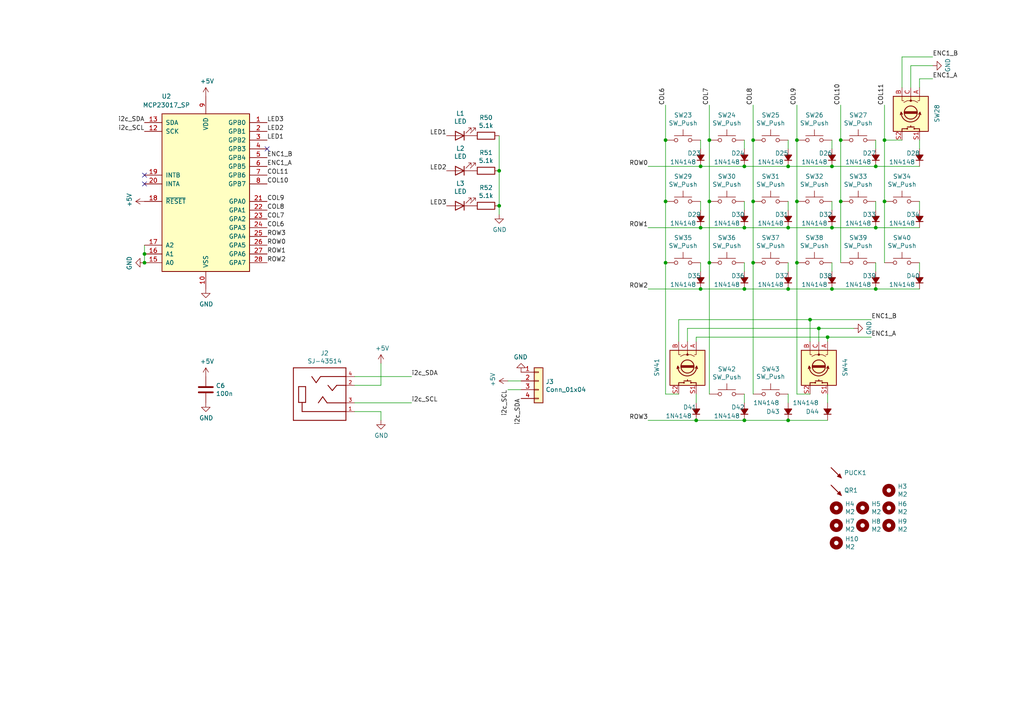
<source format=kicad_sch>
(kicad_sch (version 20230121) (generator eeschema)
  (paper "A4")
  (title_block (title "Torn Keyboard - Right") (rev "3.0"))
  (lib_symbols
    (symbol "Connector_Generic:Conn_01x04" (pin_names (offset 1.016) hide)
      (property "Reference" "J" (at 0 5.08 0))
      (property "Value" "Conn_01x04" (at 0 -7.62 0))
      (symbol "Conn_01x04_1_1"
        (rectangle (start -1.27 -4.953) (end 0 -5.207) (stroke (width 0.1524)))
        (rectangle (start -1.27 -2.413) (end 0 -2.667) (stroke (width 0.1524)))
        (rectangle (start -1.27 0.127) (end 0 -0.127) (stroke (width 0.1524)))
        (rectangle (start -1.27 2.667) (end 0 2.413) (stroke (width 0.1524)))
        (rectangle (start -1.27 3.81) (end 1.27 -6.35) (stroke (width 0.254)) (fill (type background)))
        (pin passive line (at -5.08 2.54 0) (length 3.81) (name "Pin_1") (number "1"))
        (pin passive line (at -5.08 0 0) (length 3.81) (name "Pin_2") (number "2"))
        (pin passive line (at -5.08 -2.54 0) (length 3.81) (name "Pin_3") (number "3"))
        (pin passive line (at -5.08 -5.08 0) (length 3.81) (name "Pin_4") (number "4"))
      )
    )
    (symbol "Device:C" (pin_numbers hide) (pin_names (offset 0.254))
      (property "Reference" "C" (at 0.635 2.54 0))
      (property "Value" "C" (at 0.635 -2.54 0))
      (symbol "C_0_1"
        (polyline (pts (xy -2.032 -0.762) (xy 2.032 -0.762)) (stroke (width 0.508)))
        (polyline (pts (xy -2.032 0.762) (xy 2.032 0.762)) (stroke (width 0.508)))
      )
      (symbol "C_1_1"
        (pin passive line (at 0 3.81 270) (length 2.794) (name "~") (number "1"))
        (pin passive line (at 0 -3.81 90) (length 2.794) (name "~") (number "2"))
      )
    )
    (symbol "Device:LED" (pin_numbers hide) (pin_names (offset 1.016) hide)
      (property "Reference" "D" (at 0 2.54 0))
      (property "Value" "LED" (at 0 -2.54 0))
      (symbol "LED_0_1"
        (polyline (pts (xy -1.27 -1.27) (xy -1.27 1.27)) (stroke (width 0.254)))
        (polyline (pts (xy -1.27 0) (xy 1.27 0)))
        (polyline (pts (xy 1.27 -1.27) (xy 1.27 1.27) (xy -1.27 0) (xy 1.27 -1.27)) (stroke (width 0.254)))
        (polyline (pts (xy -3.048 -0.762) (xy -4.572 -2.286) (xy -3.81 -2.286) (xy -4.572 -2.286) (xy -4.572 -1.524)))
        (polyline (pts (xy -1.778 -0.762) (xy -3.302 -2.286) (xy -2.54 -2.286) (xy -3.302 -2.286) (xy -3.302 -1.524)))
      )
      (symbol "LED_1_1"
        (pin passive line (at -3.81 0 0) (length 2.54) (name "K") (number "1"))
        (pin passive line (at 3.81 0 180) (length 2.54) (name "A") (number "2"))
      )
    )
    (symbol "Device:R" (pin_numbers hide) (pin_names (offset 0))
      (property "Reference" "R" (at 2.032 0 90))
      (property "Value" "R" (at 0 0 90))
      (symbol "R_0_1"
        (rectangle (start -1.016 -2.54) (end 1.016 2.54) (stroke (width 0.254)))
      )
      (symbol "R_1_1"
        (pin passive line (at 0 3.81 270) (length 1.27) (name "~") (number "1"))
        (pin passive line (at 0 -3.81 90) (length 1.27) (name "~") (number "2"))
      )
    )
    (symbol "Graphic:SYM_Arrow45_Small" (in_bom no) (on_board no)
      (symbol "SYM_Arrow45_Small_0_1"
        (polyline (pts (xy 1.27 -1.27) (xy -1.524 1.524)) (stroke (width 0.254)))
        (polyline (pts (xy 1.524 -1.524) (xy 0.254 -1.016) (xy 1.016 -0.254) (xy 1.524 -1.524)) (fill (type outline)))
      )
    )
    (symbol "Interface_Expansion:MCP23017_SP" (pin_names (offset 1.016))
      (property "Reference" "U" (at -11.43 24.13 0))
      (property "Value" "MCP23017_SP" (at 0 0 0))
      (symbol "MCP23017_SP_0_1"
        (rectangle (start -12.7 22.86) (end 12.7 -22.86) (stroke (width 0.254)) (fill (type background)))
      )
      (symbol "MCP23017_SP_1_1"
        (pin bidirectional line (at 17.78 20.32 180) (length 5.08) (name "GPB0") (number "1"))
        (pin power_in line (at 0 -27.94 90) (length 5.08) (name "VSS") (number "10"))
        (pin no_connect line (at -12.7 15.24 0) (length 5.08) hide (name "NC") (number "11"))
        (pin input line (at -17.78 17.78 0) (length 5.08) (name "SCK") (number "12"))
        (pin bidirectional line (at -17.78 20.32 0) (length 5.08) (name "SDA") (number "13"))
        (pin no_connect line (at -12.7 12.7 0) (length 5.08) hide (name "NC") (number "14"))
        (pin input line (at -17.78 -20.32 0) (length 5.08) (name "A0") (number "15"))
        (pin input line (at -17.78 -17.78 0) (length 5.08) (name "A1") (number "16"))
        (pin input line (at -17.78 -15.24 0) (length 5.08) (name "A2") (number "17"))
        (pin input line (at -17.78 -2.54 0) (length 5.08) (name "~{RESET}") (number "18"))
        (pin tri_state line (at -17.78 5.08 0) (length 5.08) (name "INTB") (number "19"))
        (pin bidirectional line (at 17.78 17.78 180) (length 5.08) (name "GPB1") (number "2"))
        (pin tri_state line (at -17.78 2.54 0) (length 5.08) (name "INTA") (number "20"))
        (pin bidirectional line (at 17.78 -2.54 180) (length 5.08) (name "GPA0") (number "21"))
        (pin bidirectional line (at 17.78 -5.08 180) (length 5.08) (name "GPA1") (number "22"))
        (pin bidirectional line (at 17.78 -7.62 180) (length 5.08) (name "GPA2") (number "23"))
        (pin bidirectional line (at 17.78 -10.16 180) (length 5.08) (name "GPA3") (number "24"))
        (pin bidirectional line (at 17.78 -12.7 180) (length 5.08) (name "GPA4") (number "25"))
        (pin bidirectional line (at 17.78 -15.24 180) (length 5.08) (name "GPA5") (number "26"))
        (pin bidirectional line (at 17.78 -17.78 180) (length 5.08) (name "GPA6") (number "27"))
        (pin bidirectional line (at 17.78 -20.32 180) (length 5.08) (name "GPA7") (number "28"))
        (pin bidirectional line (at 17.78 15.24 180) (length 5.08) (name "GPB2") (number "3"))
        (pin bidirectional line (at 17.78 12.7 180) (length 5.08) (name "GPB3") (number "4"))
        (pin bidirectional line (at 17.78 10.16 180) (length 5.08) (name "GPB4") (number "5"))
        (pin bidirectional line (at 17.78 7.62 180) (length 5.08) (name "GPB5") (number "6"))
        (pin bidirectional line (at 17.78 5.08 180) (length 5.08) (name "GPB6") (number "7"))
        (pin bidirectional line (at 17.78 2.54 180) (length 5.08) (name "GPB7") (number "8"))
        (pin power_in line (at 0 27.94 270) (length 5.08) (name "VDD") (number "9"))
      )
    )
    (symbol "Mechanical:MountingHole" (pin_names (offset 1.016))
      (property "Reference" "H" (at 0 5.08 0))
      (property "Value" "MountingHole" (at 0 3.175 0))
      (symbol "MountingHole_0_1"
        (circle (center 0 0) (radius 1.27) (stroke (width 1.27)))
      )
    )
    (symbol "Switch:SW_Push" (pin_numbers hide) (pin_names (offset 1.016) hide)
      (property "Reference" "SW" (at 1.27 2.54 0))
      (property "Value" "SW_Push" (at 0 -1.524 0))
      (symbol "SW_Push_0_1"
        (circle (center -2.032 0) (radius 0.508))
        (polyline (pts (xy 0 1.27) (xy 0 3.048)))
        (polyline (pts (xy 2.54 1.27) (xy -2.54 1.27)))
        (circle (center 2.032 0) (radius 0.508))
        (pin passive line (at -5.08 0 0) (length 2.54) (name "1") (number "1"))
        (pin passive line (at 5.08 0 180) (length 2.54) (name "2") (number "2"))
      )
    )
    (symbol "power:+5V" (power) (pin_names (offset 0))
      (property "Value" "+5V" (at 0 3.556 0))
      (symbol "+5V_0_1"
        (polyline (pts (xy -0.762 1.27) (xy 0 2.54)))
        (polyline (pts (xy 0 0) (xy 0 2.54)))
        (polyline (pts (xy 0 2.54) (xy 0.762 1.27)))
      )
      (symbol "+5V_1_1"
        (pin power_in line (at 0 0 90) (length 0) hide (name "+5V") (number "1"))
      )
    )
    (symbol "power:GND" (power) (pin_names (offset 0))
      (property "Value" "GND" (at 0 -3.81 0))
      (symbol "GND_0_1"
        (polyline (pts (xy 0 0) (xy 0 -1.27) (xy 1.27 -1.27) (xy 0 -2.54) (xy -1.27 -1.27) (xy 0 -1.27)))
      )
      (symbol "GND_1_1"
        (pin power_in line (at 0 0 270) (length 0) hide (name "GND") (number "1"))
      )
    )
    (symbol "torn_right-rescue:D_Small_ALT-Device" (pin_numbers hide) (pin_names (offset 0.254) hide)
      (property "Reference" "D" (at -1.27 2.032 0))
      (property "Value" "Device_D_Small_ALT" (at -3.81 -2.032 0))
      (symbol "D_Small_ALT-Device_0_1"
        (polyline (pts (xy -0.762 -1.016) (xy -0.762 1.016)) (stroke (width 0.254)))
        (polyline (pts (xy -0.762 0) (xy 0.762 0)))
        (polyline (pts (xy 0.762 -1.016) (xy -0.762 0) (xy 0.762 1.016) (xy 0.762 -1.016)) (stroke (width 0.254)) (fill (type outline)))
      )
      (symbol "D_Small_ALT-Device_1_1"
        (pin passive line (at -2.54 0 0) (length 1.778) (name "K") (number "1"))
        (pin passive line (at 2.54 0 180) (length 1.778) (name "A") (number "2"))
      )
    )
    (symbol "torn_right-rescue:Rotary_Encoder_Switch-Device" (pin_names (offset 0.254) hide)
      (property "Reference" "SW" (at 0 6.604 0))
      (property "Value" "Device_Rotary_Encoder_Switch" (at 0 -6.604 0))
      (symbol "Rotary_Encoder_Switch-Device_0_1"
        (rectangle (start -5.08 5.08) (end 5.08 -5.08) (stroke (width 0.254)) (fill (type background)))
        (circle (center -3.81 0) (radius 0.254) (fill (type outline)))
        (arc (start -0.381 -2.794) (mid 2.3376 -0.0635) (end -0.381 2.667) (stroke (width 0.254)))
        (circle (center -0.381 0) (radius 1.905) (stroke (width 0.254)))
        (polyline (pts (xy -0.635 -1.778) (xy -0.635 1.778)) (stroke (width 0.254)))
        (polyline (pts (xy -0.381 -1.778) (xy -0.381 1.778)) (stroke (width 0.254)))
        (polyline (pts (xy -0.127 1.778) (xy -0.127 -1.778)) (stroke (width 0.254)))
        (polyline (pts (xy 3.81 0) (xy 3.429 0)) (stroke (width 0.254)))
        (polyline (pts (xy 3.81 1.016) (xy 3.81 -1.016)) (stroke (width 0.254)))
        (polyline (pts (xy -5.08 -2.54) (xy -3.81 -2.54) (xy -3.81 -2.032)))
        (polyline (pts (xy -5.08 2.54) (xy -3.81 2.54) (xy -3.81 2.032)))
        (polyline (pts (xy 0.254 -3.048) (xy -0.508 -2.794) (xy 0.127 -2.413)) (stroke (width 0.254)))
        (polyline (pts (xy 0.254 2.921) (xy -0.508 2.667) (xy 0.127 2.286)) (stroke (width 0.254)))
        (polyline (pts (xy 5.08 -2.54) (xy 4.318 -2.54) (xy 4.318 -1.016)) (stroke (width 0.254)))
        (polyline (pts (xy 5.08 2.54) (xy 4.318 2.54) (xy 4.318 1.016)) (stroke (width 0.254)))
        (polyline (pts (xy -5.08 0) (xy -3.81 0) (xy -3.81 -1.016) (xy -3.302 -2.032)))
        (polyline (pts (xy -4.318 0) (xy -3.81 0) (xy -3.81 1.016) (xy -3.302 2.032)))
        (circle (center 4.318 -1.016) (radius 0.127) (stroke (width 0.254)))
        (circle (center 4.318 1.016) (radius 0.127) (stroke (width 0.254)))
      )
      (symbol "Rotary_Encoder_Switch-Device_1_1"
        (pin passive line (at -7.62 2.54 0) (length 2.54) (name "A") (number "A"))
        (pin passive line (at -7.62 -2.54 0) (length 2.54) (name "B") (number "B"))
        (pin passive line (at -7.62 0 0) (length 2.54) (name "C") (number "C"))
        (pin passive line (at 7.62 2.54 180) (length 2.54) (name "S1") (number "S1"))
        (pin passive line (at 7.62 -2.54 180) (length 2.54) (name "S2") (number "S2"))
      )
    )
    (symbol "torn_right-rescue:SJ-43514-SJ-43514" (pin_names (offset 1.016) hide)
      (property "Reference" "J" (at -7.62 8.382 0))
      (property "Value" "SJ-43514_SJ-43514" (at -7.62 -10.16 0))
      (symbol "SJ-43514-SJ-43514_0_0"
        (polyline (pts (xy -7.62 -7.62) (xy -7.62 7.62)) (stroke (width 0.254)))
        (polyline (pts (xy -7.62 7.62) (xy 7.62 7.62)) (stroke (width 0.254)))
        (polyline (pts (xy -6.096 -2.413) (xy -4.064 -2.413)) (stroke (width 0.254)))
        (polyline (pts (xy -6.096 2.159) (xy -6.096 -2.413)) (stroke (width 0.254)))
        (polyline (pts (xy -5.08 -5.08) (xy 7.62 -5.08)) (stroke (width 0.254)))
        (polyline (pts (xy -5.08 -2.54) (xy -5.08 -5.08)) (stroke (width 0.254)))
        (polyline (pts (xy -4.064 -2.413) (xy -4.064 2.159)) (stroke (width 0.254)))
        (polyline (pts (xy -4.064 2.159) (xy -6.096 2.159)) (stroke (width 0.254)))
        (polyline (pts (xy -2.286 5.08) (xy -1.016 3.302)) (stroke (width 0.254)))
        (polyline (pts (xy -1.016 3.302) (xy 0.254 5.08)) (stroke (width 0.254)))
        (polyline (pts (xy -0.381 -2.54) (xy 0.889 -0.762)) (stroke (width 0.254)))
        (polyline (pts (xy 0.381 5.08) (xy 7.62 5.08)) (stroke (width 0.254)))
        (polyline (pts (xy 0.889 -0.762) (xy 2.159 -2.54)) (stroke (width 0.254)))
        (polyline (pts (xy 2.159 -2.54) (xy 7.62 -2.54)) (stroke (width 0.254)))
        (polyline (pts (xy 2.413 2.54) (xy 3.683 1.016)) (stroke (width 0.254)))
        (polyline (pts (xy 3.683 1.016) (xy 4.953 2.54)) (stroke (width 0.254)))
        (polyline (pts (xy 4.953 2.54) (xy 7.62 2.54)) (stroke (width 0.254)))
        (polyline (pts (xy 7.62 -7.62) (xy -7.62 -7.62)) (stroke (width 0.254)))
        (polyline (pts (xy 7.62 -5.08) (xy 7.62 -7.62)) (stroke (width 0.254)))
        (polyline (pts (xy 7.62 -2.54) (xy 7.62 -5.08)) (stroke (width 0.254)))
        (polyline (pts (xy 7.62 2.54) (xy 7.62 -2.54)) (stroke (width 0.254)))
        (polyline (pts (xy 7.62 5.08) (xy 7.62 2.54)) (stroke (width 0.254)))
        (polyline (pts (xy 7.62 7.62) (xy 7.62 5.08)) (stroke (width 0.254)))
        (pin passive line (at 10.16 -5.08 180) (length 2.54) (name "~") (number "1"))
        (pin passive line (at 10.16 2.54 180) (length 2.54) (name "~") (number "2"))
        (pin passive line (at 10.16 -2.54 180) (length 2.54) (name "~") (number "3"))
        (pin passive line (at 10.16 5.08 180) (length 2.54) (name "~") (number "4"))
      )
    )
  )
  (junction (at 144.78 59.69))
  (junction (at 144.78 49.53))
  (junction (at 243.84 40.64))
  (junction (at 231.14 40.64))
  (junction (at 41.91 76.2))
  (junction (at 205.74 76.2))
  (junction (at 203.2 66.04))
  (junction (at 241.3 48.26))
  (junction (at 228.6 66.04))
  (junction (at 228.6 121.92))
  (junction (at 240.03 97.79))
  (junction (at 241.3 66.04))
  (junction (at 218.44 58.42))
  (junction (at 218.44 40.64))
  (junction (at 215.9 48.26))
  (junction (at 243.84 58.42))
  (junction (at 215.9 121.92))
  (junction (at 215.9 83.82))
  (junction (at 41.91 73.66))
  (junction (at 254 83.82))
  (junction (at 203.2 48.26))
  (junction (at 193.04 40.64))
  (junction (at 218.44 76.2))
  (junction (at 193.04 76.2))
  (junction (at 205.74 58.42))
  (junction (at 228.6 48.26))
  (junction (at 228.6 83.82))
  (junction (at 254 66.04))
  (junction (at 231.14 58.42))
  (junction (at 205.74 40.64))
  (junction (at 215.9 66.04))
  (junction (at 241.3 83.82))
  (junction (at 231.14 76.2))
  (junction (at 256.54 58.42))
  (junction (at 203.2 83.82))
  (junction (at 254 48.26))
  (junction (at 193.04 58.42))
  (junction (at 201.93 121.92))
  (junction (at 237.49 95.25))
  (junction (at 256.54 40.64))
  (junction (at 234.95 92.71))
  (no_connect (at 41.91 50.8))
  (no_connect (at 77.47 43.18))
  (no_connect (at 41.91 53.34))
  (wire (pts (xy 205.74 58.42) (xy 205.74 40.64)))
  (wire (pts (xy 256.54 40.64) (xy 256.54 58.42)))
  (wire (pts (xy 215.9 58.42) (xy 215.9 60.96)))
  (wire (pts (xy 41.91 73.66) (xy 41.91 76.2)))
  (wire (pts (xy 266.7 76.2) (xy 266.7 78.74)))
  (wire (pts (xy 241.3 48.26) (xy 254 48.26)))
  (wire (pts (xy 241.3 76.2) (xy 241.3 78.74)))
  (wire (pts (xy 147.32 110.49) (xy 151.13 110.49)))
  (wire (pts (xy 147.32 113.03) (xy 151.13 113.03)))
  (wire (pts (xy 261.62 40.64) (xy 256.54 40.64)))
  (wire (pts (xy 187.96 48.26) (xy 203.2 48.26)))
  (wire (pts (xy 243.84 76.2) (xy 243.84 58.42)))
  (wire (pts (xy 234.95 99.06) (xy 234.95 92.71)))
  (wire (pts (xy 144.78 59.69) (xy 144.78 62.23)))
  (wire (pts (xy 102.87 116.84) (xy 119.38 116.84)))
  (wire (pts (xy 41.91 71.12) (xy 41.91 73.66)))
  (wire (pts (xy 205.74 76.2) (xy 205.74 58.42)))
  (wire (pts (xy 193.04 76.2) (xy 193.04 114.3)))
  (wire (pts (xy 215.9 40.64) (xy 215.9 43.18)))
  (wire (pts (xy 241.3 83.82) (xy 254 83.82)))
  (wire (pts (xy 228.6 121.92) (xy 240.03 121.92)))
  (wire (pts (xy 266.7 25.4) (xy 266.7 22.86)))
  (wire (pts (xy 201.93 121.92) (xy 215.9 121.92)))
  (wire (pts (xy 254 66.04) (xy 266.7 66.04)))
  (wire (pts (xy 201.93 97.79) (xy 240.03 97.79)))
  (wire (pts (xy 203.2 83.82) (xy 215.9 83.82)))
  (wire (pts (xy 264.16 25.4) (xy 264.16 19.05)))
  (wire (pts (xy 187.96 66.04) (xy 203.2 66.04)))
  (wire (pts (xy 228.6 40.64) (xy 228.6 43.18)))
  (wire (pts (xy 261.62 25.4) (xy 261.62 16.51)))
  (wire (pts (xy 231.14 40.64) (xy 231.14 30.48)))
  (wire (pts (xy 218.44 40.64) (xy 218.44 30.48)))
  (wire (pts (xy 196.85 92.71) (xy 234.95 92.71)))
  (wire (pts (xy 266.7 22.86) (xy 270.51 22.86)))
  (wire (pts (xy 228.6 66.04) (xy 241.3 66.04)))
  (wire (pts (xy 243.84 40.64) (xy 243.84 30.48)))
  (wire (pts (xy 102.87 119.38) (xy 110.49 119.38)))
  (wire (pts (xy 203.2 76.2) (xy 203.2 78.74)))
  (wire (pts (xy 110.49 111.76) (xy 110.49 105.41)))
  (wire (pts (xy 199.39 99.06) (xy 199.39 95.25)))
  (wire (pts (xy 187.96 83.82) (xy 203.2 83.82)))
  (wire (pts (xy 264.16 19.05) (xy 270.51 19.05)))
  (wire (pts (xy 254 40.64) (xy 254 43.18)))
  (wire (pts (xy 144.78 59.69) (xy 144.78 49.53)))
  (wire (pts (xy 266.7 40.64) (xy 266.7 43.18)))
  (wire (pts (xy 218.44 58.42) (xy 218.44 40.64)))
  (wire (pts (xy 241.3 58.42) (xy 241.3 60.96)))
  (wire (pts (xy 231.14 58.42) (xy 231.14 40.64)))
  (wire (pts (xy 266.7 58.42) (xy 266.7 60.96)))
  (wire (pts (xy 218.44 76.2) (xy 218.44 114.3)))
  (wire (pts (xy 218.44 76.2) (xy 218.44 58.42)))
  (wire (pts (xy 241.3 40.64) (xy 241.3 43.18)))
  (wire (pts (xy 193.04 58.42) (xy 193.04 40.64)))
  (wire (pts (xy 240.03 97.79) (xy 252.73 97.79)))
  (wire (pts (xy 201.93 99.06) (xy 201.93 97.79)))
  (wire (pts (xy 205.74 40.64) (xy 205.74 30.48)))
  (wire (pts (xy 203.2 58.42) (xy 203.2 60.96)))
  (wire (pts (xy 237.49 99.06) (xy 237.49 95.25)))
  (wire (pts (xy 196.85 99.06) (xy 196.85 92.71)))
  (wire (pts (xy 240.03 99.06) (xy 240.03 97.79)))
  (wire (pts (xy 215.9 76.2) (xy 215.9 78.74)))
  (wire (pts (xy 228.6 76.2) (xy 228.6 78.74)))
  (wire (pts (xy 193.04 114.3) (xy 196.85 114.3)))
  (wire (pts (xy 234.95 92.71) (xy 252.73 92.71)))
  (wire (pts (xy 215.9 121.92) (xy 228.6 121.92)))
  (wire (pts (xy 203.2 48.26) (xy 215.9 48.26)))
  (wire (pts (xy 231.14 114.3) (xy 231.14 76.2)))
  (wire (pts (xy 199.39 95.25) (xy 237.49 95.25)))
  (wire (pts (xy 110.49 119.38) (xy 110.49 121.92)))
  (wire (pts (xy 203.2 66.04) (xy 215.9 66.04)))
  (wire (pts (xy 203.2 40.64) (xy 203.2 43.18)))
  (wire (pts (xy 228.6 114.3) (xy 228.6 116.84)))
  (wire (pts (xy 144.78 39.37) (xy 144.78 49.53)))
  (wire (pts (xy 231.14 58.42) (xy 231.14 76.2)))
  (wire (pts (xy 243.84 58.42) (xy 243.84 40.64)))
  (wire (pts (xy 201.93 114.3) (xy 201.93 116.84)))
  (wire (pts (xy 102.87 109.22) (xy 119.38 109.22)))
  (wire (pts (xy 193.04 40.64) (xy 193.04 30.48)))
  (wire (pts (xy 228.6 58.42) (xy 228.6 60.96)))
  (wire (pts (xy 215.9 48.26) (xy 228.6 48.26)))
  (wire (pts (xy 228.6 48.26) (xy 241.3 48.26)))
  (wire (pts (xy 215.9 114.3) (xy 215.9 116.84)))
  (wire (pts (xy 215.9 83.82) (xy 228.6 83.82)))
  (wire (pts (xy 256.54 30.48) (xy 256.54 40.64)))
  (wire (pts (xy 237.49 95.25) (xy 247.65 95.25)))
  (wire (pts (xy 261.62 16.51) (xy 270.51 16.51)))
  (wire (pts (xy 234.95 114.3) (xy 231.14 114.3)))
  (wire (pts (xy 187.96 121.92) (xy 201.93 121.92)))
  (wire (pts (xy 254 58.42) (xy 254 60.96)))
  (wire (pts (xy 193.04 76.2) (xy 193.04 58.42)))
  (wire (pts (xy 240.03 114.3) (xy 240.03 116.84)))
  (wire (pts (xy 254 83.82) (xy 266.7 83.82)))
  (wire (pts (xy 256.54 76.2) (xy 256.54 58.42)))
  (wire (pts (xy 254 76.2) (xy 254 78.74)))
  (wire (pts (xy 241.3 66.04) (xy 254 66.04)))
  (wire (pts (xy 102.87 111.76) (xy 110.49 111.76)))
  (wire (pts (xy 254 48.26) (xy 266.7 48.26)))
  (wire (pts (xy 228.6 83.82) (xy 241.3 83.82)))
  (wire (pts (xy 205.74 76.2) (xy 205.74 114.3)))
  (wire (pts (xy 215.9 66.04) (xy 228.6 66.04)))
  (label "LED1" (at 77.47 40.64 0))
  (label "COL8" (at 77.47 60.96 0))
  (label "i2c_SDA" (at 41.91 35.56 180))
  (label "i2c_SCL" (at 147.32 113.03 270))
  (label "ROW3" (at 77.47 68.58 0))
  (label "i2c_SDA" (at 119.38 109.22 0))
  (label "ENC1_B" (at 270.51 16.51 0))
  (label "LED3" (at 129.54 59.69 180))
  (label "COL9" (at 77.47 58.42 0))
  (label "LED3" (at 77.47 35.56 0))
  (label "COL7" (at 77.47 63.5 0))
  (label "COL6" (at 77.47 66.04 0))
  (label "COL7" (at 205.74 30.48 90))
  (label "ROW3" (at 187.96 121.92 180))
  (label "COL6" (at 193.04 30.48 90))
  (label "ROW0" (at 187.96 48.26 180))
  (label "LED1" (at 129.54 39.37 180))
  (label "COL10" (at 243.84 30.48 90))
  (label "COL11" (at 77.47 50.8 0))
  (label "i2c_SCL" (at 41.91 38.1 180))
  (label "ROW1" (at 77.47 73.66 0))
  (label "COL8" (at 218.44 30.48 90))
  (label "ENC1_A" (at 252.73 97.79 0))
  (label "ROW1" (at 187.96 66.04 180))
  (label "ENC1_B" (at 77.47 45.72 0))
  (label "LED2" (at 77.47 38.1 0))
  (label "COL10" (at 77.47 53.34 0))
  (label "ENC1_A" (at 270.51 22.86 0))
  (label "COL11" (at 256.54 30.48 90))
  (label "ROW0" (at 77.47 71.12 0))
  (label "ENC1_A" (at 77.47 48.26 0))
  (label "ENC1_B" (at 252.73 92.71 0))
  (label "ROW2" (at 187.96 83.82 180))
  (label "COL9" (at 231.14 30.48 90))
  (label "ROW2" (at 77.47 76.2 0))
  (label "LED2" (at 129.54 49.53 180))
  (label "i2c_SCL" (at 119.38 116.84 0))
  (label "i2c_SDA" (at 151.13 115.57 270))
  (symbol (lib_id "Switch:SW_Push") (at 198.12 40.64 0) (mirror y) (unit 1)
    (property "Reference" "SW23" (at 198.12 33.401 0))
    (property "Value" "SW_Push" (at 198.12 35.7124 0))
    (property "Footprint" "footprints:Kailh_socket_MX_PG1350_optional" (effects hide))
  )
  (symbol (lib_id "torn_right-rescue:D_Small_ALT-Device") (at 203.2 45.72 270) (mirror x) (unit 1)
    (property "Reference" "D23" (at 199.39 44.45 90) (effects (justify left)))
    (property "Value" "1N4148" (at 194.31 46.99 90) (effects (justify left)))
    (property "Footprint" "footprints:D_DO-35_SOD27_P5.08mm_Horizontal" (effects hide))
  )
  (symbol (lib_id "Switch:SW_Push") (at 198.12 58.42 0) (mirror y) (unit 1)
    (property "Reference" "SW29" (at 198.12 51.181 0))
    (property "Value" "SW_Push" (at 198.12 53.4924 0))
    (property "Footprint" "footprints:Kailh_socket_MX_PG1350_optional" (effects hide))
  )
  (symbol (lib_id "torn_right-rescue:D_Small_ALT-Device") (at 203.2 63.5 270) (mirror x) (unit 1)
    (property "Reference" "D29" (at 199.39 62.23 90) (effects (justify left)))
    (property "Value" "1N4148" (at 194.31 64.77 90) (effects (justify left)))
    (property "Footprint" "footprints:D_DO-35_SOD27_P5.08mm_Horizontal" (effects hide))
  )
  (symbol (lib_id "Switch:SW_Push") (at 198.12 76.2 0) (mirror y) (unit 1)
    (property "Reference" "SW35" (at 198.12 68.961 0))
    (property "Value" "SW_Push" (at 198.12 71.2724 0))
    (property "Footprint" "footprints:Kailh_socket_MX_PG1350_optional" (effects hide))
  )
  (symbol (lib_id "torn_right-rescue:D_Small_ALT-Device") (at 203.2 81.28 270) (mirror x) (unit 1)
    (property "Reference" "D35" (at 199.39 80.01 90) (effects (justify left)))
    (property "Value" "1N4148" (at 194.31 82.55 90) (effects (justify left)))
    (property "Footprint" "footprints:D_DO-35_SOD27_P5.08mm_Horizontal" (effects hide))
  )
  (symbol (lib_id "Mechanical:MountingHole") (at 257.81 142.24 0) (unit 1)
    (property "Reference" "H3" (at 260.35 141.0716 0) (effects (justify left)))
    (property "Value" "M2" (at 260.35 143.383 0) (effects (justify left)))
    (property "Footprint" "footprints:MountingHole_2.2mm_M2_Pad" (effects hide))
  )
  (symbol (lib_id "Mechanical:MountingHole") (at 257.81 147.32 0) (unit 1)
    (property "Reference" "H6" (at 260.35 146.1516 0) (effects (justify left)))
    (property "Value" "M2" (at 260.35 148.463 0) (effects (justify left)))
    (property "Footprint" "footprints:MountingHole_2.2mm_M2_Pad" (effects hide))
  )
  (symbol (lib_id "Mechanical:MountingHole") (at 242.57 147.32 0) (unit 1)
    (property "Reference" "H4" (at 245.11 146.1516 0) (effects (justify left)))
    (property "Value" "M2" (at 245.11 148.463 0) (effects (justify left)))
    (property "Footprint" "footprints:MountingHole_2.2mm_M2_Pad" (effects hide))
  )
  (symbol (lib_id "Mechanical:MountingHole") (at 242.57 152.4 0) (unit 1)
    (property "Reference" "H7" (at 245.11 151.2316 0) (effects (justify left)))
    (property "Value" "M2" (at 245.11 153.543 0) (effects (justify left)))
    (property "Footprint" "footprints:MountingHole_2.2mm_M2_Pad" (effects hide))
  )
  (symbol (lib_id "Mechanical:MountingHole") (at 257.81 152.4 0) (unit 1)
    (property "Reference" "H9" (at 260.35 151.2316 0) (effects (justify left)))
    (property "Value" "M2" (at 260.35 153.543 0) (effects (justify left)))
    (property "Footprint" "footprints:MountingHole_2.2mm_M2_Pad" (effects hide))
  )
  (symbol (lib_id "Mechanical:MountingHole") (at 250.19 147.32 0) (unit 1)
    (property "Reference" "H5" (at 252.73 146.1516 0) (effects (justify left)))
    (property "Value" "M2" (at 252.73 148.463 0) (effects (justify left)))
    (property "Footprint" "footprints:MountingHole_2.2mm_M2_Pad" (effects hide))
  )
  (symbol (lib_id "Mechanical:MountingHole") (at 250.19 152.4 0) (unit 1)
    (property "Reference" "H8" (at 252.73 151.2316 0) (effects (justify left)))
    (property "Value" "M2" (at 252.73 153.543 0) (effects (justify left)))
    (property "Footprint" "footprints:MountingHole_2.2mm_M2_Pad" (effects hide))
  )
  (symbol (lib_id "Mechanical:MountingHole") (at 242.57 157.48 0) (unit 1)
    (property "Reference" "H10" (at 245.11 156.3116 0) (effects (justify left)))
    (property "Value" "M2" (at 245.11 158.623 0) (effects (justify left)))
    (property "Footprint" "footprints:MountingHole_2.2mm_M2_Pad" (effects hide))
  )
  (symbol (lib_id "Switch:SW_Push") (at 210.82 40.64 0) (mirror y) (unit 1)
    (property "Reference" "SW24" (at 210.82 33.401 0))
    (property "Value" "SW_Push" (at 210.82 35.7124 0))
    (property "Footprint" "footprints:Kailh_socket_MX_PG1350_optional" (effects hide))
  )
  (symbol (lib_id "torn_right-rescue:D_Small_ALT-Device") (at 215.9 45.72 270) (mirror x) (unit 1)
    (property "Reference" "D24" (at 212.09 44.45 90) (effects (justify left)))
    (property "Value" "1N4148" (at 207.01 46.99 90) (effects (justify left)))
    (property "Footprint" "footprints:D_DO-35_SOD27_P5.08mm_Horizontal" (effects hide))
  )
  (symbol (lib_id "Switch:SW_Push") (at 210.82 58.42 0) (mirror y) (unit 1)
    (property "Reference" "SW30" (at 210.82 51.181 0))
    (property "Value" "SW_Push" (at 210.82 53.4924 0))
    (property "Footprint" "footprints:Kailh_socket_MX_PG1350_optional" (effects hide))
  )
  (symbol (lib_id "torn_right-rescue:D_Small_ALT-Device") (at 215.9 63.5 270) (mirror x) (unit 1)
    (property "Reference" "D30" (at 212.09 62.23 90) (effects (justify left)))
    (property "Value" "1N4148" (at 207.01 64.77 90) (effects (justify left)))
    (property "Footprint" "footprints:D_DO-35_SOD27_P5.08mm_Horizontal" (effects hide))
  )
  (symbol (lib_id "Switch:SW_Push") (at 210.82 76.2 0) (mirror y) (unit 1)
    (property "Reference" "SW36" (at 210.82 68.961 0))
    (property "Value" "SW_Push" (at 210.82 71.2724 0))
    (property "Footprint" "footprints:Kailh_socket_MX_PG1350_optional" (effects hide))
  )
  (symbol (lib_id "torn_right-rescue:D_Small_ALT-Device") (at 215.9 81.28 270) (mirror x) (unit 1)
    (property "Reference" "D36" (at 212.09 80.01 90) (effects (justify left)))
    (property "Value" "1N4148" (at 207.01 82.55 90) (effects (justify left)))
    (property "Footprint" "footprints:D_DO-35_SOD27_P5.08mm_Horizontal" (effects hide))
  )
  (symbol (lib_id "Switch:SW_Push") (at 223.52 40.64 0) (mirror y) (unit 1)
    (property "Reference" "SW25" (at 223.52 33.401 0))
    (property "Value" "SW_Push" (at 223.52 35.7124 0))
    (property "Footprint" "footprints:Kailh_socket_MX_PG1350_optional" (effects hide))
  )
  (symbol (lib_id "torn_right-rescue:D_Small_ALT-Device") (at 228.6 45.72 270) (mirror x) (unit 1)
    (property "Reference" "D25" (at 224.79 44.45 90) (effects (justify left)))
    (property "Value" "1N4148" (at 219.71 46.99 90) (effects (justify left)))
    (property "Footprint" "footprints:D_DO-35_SOD27_P5.08mm_Horizontal" (effects hide))
  )
  (symbol (lib_id "Switch:SW_Push") (at 223.52 58.42 0) (mirror y) (unit 1)
    (property "Reference" "SW31" (at 223.52 51.181 0))
    (property "Value" "SW_Push" (at 223.52 53.4924 0))
    (property "Footprint" "footprints:Kailh_socket_MX_PG1350_optional" (effects hide))
  )
  (symbol (lib_id "torn_right-rescue:D_Small_ALT-Device") (at 228.6 63.5 270) (mirror x) (unit 1)
    (property "Reference" "D31" (at 224.79 62.23 90) (effects (justify left)))
    (property "Value" "1N4148" (at 219.71 64.77 90) (effects (justify left)))
    (property "Footprint" "footprints:D_DO-35_SOD27_P5.08mm_Horizontal" (effects hide))
  )
  (symbol (lib_id "Switch:SW_Push") (at 223.52 76.2 0) (mirror y) (unit 1)
    (property "Reference" "SW37" (at 223.52 68.961 0))
    (property "Value" "SW_Push" (at 223.52 71.2724 0))
    (property "Footprint" "footprints:Kailh_socket_MX_PG1350_optional" (effects hide))
  )
  (symbol (lib_id "torn_right-rescue:D_Small_ALT-Device") (at 228.6 81.28 270) (mirror x) (unit 1)
    (property "Reference" "D37" (at 224.79 80.01 90) (effects (justify left)))
    (property "Value" "1N4148" (at 219.71 82.55 90) (effects (justify left)))
    (property "Footprint" "footprints:D_DO-35_SOD27_P5.08mm_Horizontal" (effects hide))
  )
  (symbol (lib_id "Switch:SW_Push") (at 236.22 40.64 0) (mirror y) (unit 1)
    (property "Reference" "SW26" (at 236.22 33.401 0))
    (property "Value" "SW_Push" (at 236.22 35.7124 0))
    (property "Footprint" "footprints:Kailh_socket_MX_PG1350_optional" (effects hide))
  )
  (symbol (lib_id "torn_right-rescue:D_Small_ALT-Device") (at 241.3 45.72 270) (mirror x) (unit 1)
    (property "Reference" "D26" (at 237.49 44.45 90) (effects (justify left)))
    (property "Value" "1N4148" (at 232.41 46.99 90) (effects (justify left)))
    (property "Footprint" "footprints:D_DO-35_SOD27_P5.08mm_Horizontal" (effects hide))
  )
  (symbol (lib_id "Switch:SW_Push") (at 236.22 58.42 0) (mirror y) (unit 1)
    (property "Reference" "SW32" (at 236.22 51.181 0))
    (property "Value" "SW_Push" (at 236.22 53.4924 0))
    (property "Footprint" "footprints:Kailh_socket_MX_PG1350_optional" (effects hide))
  )
  (symbol (lib_id "torn_right-rescue:D_Small_ALT-Device") (at 241.3 63.5 270) (mirror x) (unit 1)
    (property "Reference" "D32" (at 237.49 62.23 90) (effects (justify left)))
    (property "Value" "1N4148" (at 232.41 64.77 90) (effects (justify left)))
    (property "Footprint" "footprints:D_DO-35_SOD27_P5.08mm_Horizontal" (effects hide))
  )
  (symbol (lib_id "Switch:SW_Push") (at 236.22 76.2 0) (mirror y) (unit 1)
    (property "Reference" "SW38" (at 236.22 68.961 0))
    (property "Value" "SW_Push" (at 236.22 71.2724 0))
    (property "Footprint" "footprints:Kailh_socket_MX_PG1350_optional" (effects hide))
  )
  (symbol (lib_id "torn_right-rescue:D_Small_ALT-Device") (at 241.3 81.28 270) (mirror x) (unit 1)
    (property "Reference" "D38" (at 237.49 80.01 90) (effects (justify left)))
    (property "Value" "1N4148" (at 232.41 82.55 90) (effects (justify left)))
    (property "Footprint" "footprints:D_DO-35_SOD27_P5.08mm_Horizontal" (effects hide))
  )
  (symbol (lib_id "torn_right-rescue:D_Small_ALT-Device") (at 201.93 119.38 270) (mirror x) (unit 1)
    (property "Reference" "D41" (at 198.12 118.11 90) (effects (justify left)))
    (property "Value" "1N4148" (at 193.04 120.65 90) (effects (justify left)))
    (property "Footprint" "footprints:D_DO-35_SOD27_P5.08mm_Horizontal" (effects hide))
  )
  (symbol (lib_id "Switch:SW_Push") (at 248.92 40.64 0) (mirror y) (unit 1)
    (property "Reference" "SW27" (at 248.92 33.401 0))
    (property "Value" "SW_Push" (at 248.92 35.7124 0))
    (property "Footprint" "footprints:Kailh_socket_MX_PG1350_optional" (effects hide))
  )
  (symbol (lib_id "torn_right-rescue:D_Small_ALT-Device") (at 254 45.72 270) (mirror x) (unit 1)
    (property "Reference" "D27" (at 250.19 44.45 90) (effects (justify left)))
    (property "Value" "1N4148" (at 245.11 46.99 90) (effects (justify left)))
    (property "Footprint" "footprints:D_DO-35_SOD27_P5.08mm_Horizontal" (effects hide))
  )
  (symbol (lib_id "Switch:SW_Push") (at 248.92 58.42 0) (mirror y) (unit 1)
    (property "Reference" "SW33" (at 248.92 51.181 0))
    (property "Value" "SW_Push" (at 248.92 53.4924 0))
    (property "Footprint" "footprints:Kailh_socket_MX_PG1350_optional" (effects hide))
  )
  (symbol (lib_id "torn_right-rescue:D_Small_ALT-Device") (at 254 63.5 270) (mirror x) (unit 1)
    (property "Reference" "D33" (at 250.19 62.23 90) (effects (justify left)))
    (property "Value" "1N4148" (at 245.11 64.77 90) (effects (justify left)))
    (property "Footprint" "footprints:D_DO-35_SOD27_P5.08mm_Horizontal" (effects hide))
  )
  (symbol (lib_id "Switch:SW_Push") (at 248.92 76.2 0) (mirror y) (unit 1)
    (property "Reference" "SW39" (at 248.92 68.961 0))
    (property "Value" "SW_Push" (at 248.92 71.2724 0))
    (property "Footprint" "footprints:Kailh_socket_MX_PG1350_optional" (effects hide))
  )
  (symbol (lib_id "torn_right-rescue:D_Small_ALT-Device") (at 254 81.28 270) (mirror x) (unit 1)
    (property "Reference" "D39" (at 250.19 80.01 90) (effects (justify left)))
    (property "Value" "1N4148" (at 245.11 82.55 90) (effects (justify left)))
    (property "Footprint" "footprints:D_DO-35_SOD27_P5.08mm_Horizontal" (effects hide))
  )
  (symbol (lib_id "Switch:SW_Push") (at 210.82 114.3 0) (mirror y) (unit 1)
    (property "Reference" "SW42" (at 210.82 107.061 0))
    (property "Value" "SW_Push" (at 210.82 109.3724 0))
    (property "Footprint" "footprints:Kailh_socket_MX_PG1350_optional" (effects hide))
  )
  (symbol (lib_id "torn_right-rescue:D_Small_ALT-Device") (at 215.9 119.38 270) (mirror x) (unit 1)
    (property "Reference" "D42" (at 212.09 118.11 90) (effects (justify left)))
    (property "Value" "1N4148" (at 207.01 120.65 90) (effects (justify left)))
    (property "Footprint" "footprints:D_DO-35_SOD27_P5.08mm_Horizontal" (effects hide))
  )
  (symbol (lib_id "torn_right-rescue:D_Small_ALT-Device") (at 266.7 45.72 270) (mirror x) (unit 1)
    (property "Reference" "D28" (at 262.89 44.45 90) (effects (justify left)))
    (property "Value" "1N4148" (at 257.81 46.99 90) (effects (justify left)))
    (property "Footprint" "footprints:D_DO-35_SOD27_P5.08mm_Horizontal" (effects hide))
  )
  (symbol (lib_id "Switch:SW_Push") (at 261.62 58.42 0) (mirror y) (unit 1)
    (property "Reference" "SW34" (at 261.62 51.181 0))
    (property "Value" "SW_Push" (at 261.62 53.4924 0))
    (property "Footprint" "footprints:Kailh_socket_MX_PG1350_optional" (effects hide))
  )
  (symbol (lib_id "torn_right-rescue:D_Small_ALT-Device") (at 266.7 63.5 270) (mirror x) (unit 1)
    (property "Reference" "D34" (at 262.89 62.23 90) (effects (justify left)))
    (property "Value" "1N4148" (at 257.81 64.77 90) (effects (justify left)))
    (property "Footprint" "footprints:D_DO-35_SOD27_P5.08mm_Horizontal" (effects hide))
  )
  (symbol (lib_id "Switch:SW_Push") (at 261.62 76.2 0) (mirror y) (unit 1)
    (property "Reference" "SW40" (at 261.62 68.961 0))
    (property "Value" "SW_Push" (at 261.62 71.2724 0))
    (property "Footprint" "footprints:Kailh_socket_MX_PG1350_optional" (effects hide))
  )
  (symbol (lib_id "torn_right-rescue:D_Small_ALT-Device") (at 266.7 81.28 270) (mirror x) (unit 1)
    (property "Reference" "D40" (at 262.89 80.01 90) (effects (justify left)))
    (property "Value" "1N4148" (at 257.81 82.55 90) (effects (justify left)))
    (property "Footprint" "footprints:D_DO-35_SOD27_P5.08mm_Horizontal" (effects hide))
  )
  (symbol (lib_id "Switch:SW_Push") (at 223.52 114.3 0) (mirror y) (unit 1)
    (property "Reference" "SW43" (at 223.52 107.061 0))
    (property "Value" "SW_Push" (at 223.52 109.22 0))
    (property "Footprint" "footprints:Kailh_socket_MX_PG1350_optional" (effects hide))
  )
  (symbol (lib_id "torn_right-rescue:D_Small_ALT-Device") (at 228.6 119.38 270) (mirror x) (unit 1)
    (property "Reference" "D43" (at 222.25 119.38 90) (effects (justify left)))
    (property "Value" "1N4148" (at 218.44 116.84 90) (effects (justify left)))
    (property "Footprint" "footprints:D_DO-35_SOD27_P5.08mm_Horizontal" (effects hide))
  )
  (symbol (lib_id "power:+5V") (at 59.69 27.94 0) (unit 1)
    (property "Reference" "#PWR03" (effects hide))
    (property "Value" "+5V" (at 60.071 23.5458 0))
  )
  (symbol (lib_id "power:GND") (at 59.69 83.82 0) (unit 1)
    (property "Reference" "#PWR013" (effects hide))
    (property "Value" "GND" (at 59.817 88.2142 0))
  )
  (symbol (lib_id "Interface_Expansion:MCP23017_SP") (at 59.69 55.88 0) (unit 1)
    (property "Reference" "U2" (at 48.26 27.94 0))
    (property "Value" "MCP23017_SP" (at 48.26 30.48 0))
    (property "Footprint" "footprints:DIP-28_W7.62mm_Socket" (effects hide))
    (property "Datasheet" "http://ww1.microchip.com/downloads/en/DeviceDoc/20001952C.pdf" (effects hide))
  )
  (symbol (lib_id "power:GND") (at 59.69 116.84 0) (unit 1)
    (property "Reference" "#PWR0103" (effects hide))
    (property "Value" "GND" (at 59.817 121.2342 0))
  )
  (symbol (lib_id "power:+5V") (at 59.69 109.22 0) (unit 1)
    (property "Reference" "#PWR0107" (effects hide))
    (property "Value" "+5V" (at 60.071 104.8258 0))
  )
  (symbol (lib_id "Device:C") (at 59.69 113.03 0) (unit 1)
    (property "Reference" "C6" (at 62.611 111.8616 0) (effects (justify left)))
    (property "Value" "100n" (at 62.611 114.173 0) (effects (justify left)))
    (property "Footprint" "footprints:C_Disc_D4.3mm_W1.9mm_P5.00mm" (effects hide))
  )
  (symbol (lib_id "Device:LED") (at 133.35 39.37 180) (unit 1)
    (property "Reference" "L1" (at 133.5278 32.893 0))
    (property "Value" "LED" (at 133.5278 35.2044 0))
    (property "Footprint" "footprints:LED_D3.0mm" (effects hide))
  )
  (symbol (lib_id "Device:LED") (at 133.35 49.53 180) (unit 1)
    (property "Reference" "L2" (at 133.5278 43.053 0))
    (property "Value" "LED" (at 133.5278 45.3644 0))
    (property "Footprint" "footprints:LED_D3.0mm" (effects hide))
  )
  (symbol (lib_id "Device:LED") (at 133.35 59.69 180) (unit 1)
    (property "Reference" "L3" (at 133.5278 53.213 0))
    (property "Value" "LED" (at 133.5278 55.5244 0))
    (property "Footprint" "footprints:LED_D3.0mm" (effects hide))
  )
  (symbol (lib_id "Device:R") (at 140.97 39.37 270) (unit 1)
    (property "Reference" "R50" (at 140.97 34.1122 90))
    (property "Value" "5.1k" (at 140.97 36.4236 90))
    (property "Footprint" "footprints:R_Axial_DIN0204_L3.6mm_D1.6mm_P5.08mm_Horizontal" (effects hide))
  )
  (symbol (lib_id "Device:R") (at 140.97 49.53 270) (unit 1)
    (property "Reference" "R51" (at 140.97 44.2722 90))
    (property "Value" "5.1k" (at 140.97 46.5836 90))
    (property "Footprint" "footprints:R_Axial_DIN0204_L3.6mm_D1.6mm_P5.08mm_Horizontal" (effects hide))
  )
  (symbol (lib_id "Device:R") (at 140.97 59.69 270) (unit 1)
    (property "Reference" "R52" (at 140.97 54.4322 90))
    (property "Value" "5.1k" (at 140.97 56.7436 90))
    (property "Footprint" "footprints:R_Axial_DIN0204_L3.6mm_D1.6mm_P5.08mm_Horizontal" (effects hide))
  )
  (symbol (lib_id "power:GND") (at 144.78 62.23 0) (unit 1)
    (property "Reference" "#PWR0108" (effects hide))
    (property "Value" "GND" (at 144.907 66.6242 0))
  )
  (symbol (lib_id "power:GND") (at 110.49 121.92 0) (unit 1)
    (property "Reference" "#PWR0102" (effects hide))
    (property "Value" "GND" (at 110.617 126.3142 0))
  )
  (symbol (lib_id "power:+5V") (at 41.91 58.42 90) (unit 1)
    (property "Reference" "#PWR0101" (effects hide))
    (property "Value" "+5V" (at 37.5158 58.039 0))
  )
  (symbol (lib_id "power:GND") (at 41.91 76.2 270) (unit 1)
    (property "Reference" "#PWR0106" (effects hide))
    (property "Value" "GND" (at 37.5158 76.327 0))
  )
  (symbol (lib_id "Connector_Generic:Conn_01x04") (at 156.21 110.49 0) (unit 1)
    (property "Reference" "J3" (at 158.242 110.6932 0) (effects (justify left)))
    (property "Value" "Conn_01x04" (at 158.242 113.0046 0) (effects (justify left)))
    (property "Footprint" "footprints:OLED_1side" (effects hide))
  )
  (symbol (lib_id "power:GND") (at 151.13 107.95 180) (unit 1)
    (property "Reference" "#PWR0109" (effects hide))
    (property "Value" "GND" (at 151.003 103.5558 0))
  )
  (symbol (lib_id "power:+5V") (at 147.32 110.49 90) (unit 1)
    (property "Reference" "#PWR0110" (effects hide))
    (property "Value" "+5V" (at 142.9258 110.109 0))
  )
  (symbol (lib_id "torn_right-rescue:Rotary_Encoder_Switch-Device") (at 237.49 106.68 270) (unit 1)
    (property "Reference" "SW44" (at 245.11 109.22 0) (effects (justify right)))
    (property "Value" "Rotary_Encoder_Switch" (effects hide))
    (property "Footprint" "footprints:Kailh_socket_MX_PG1350_EC11_optional" (effects hide))
  )
  (symbol (lib_id "power:+5V") (at 110.49 105.41 0) (unit 1)
    (property "Reference" "#PWR0104" (effects hide))
    (property "Value" "+5V" (at 110.871 101.0158 0))
  )
  (symbol (lib_id "torn_right-rescue:SJ-43514-SJ-43514") (at 92.71 114.3 0) (unit 1)
    (property "Reference" "J2" (at 94.1578 102.4382 0))
    (property "Value" "SJ-43514" (at 94.1578 104.7496 0))
    (property "Footprint" "footprints:CUI_SJ-43514" (effects hide))
    (property "Datasheet" "1.04" (effects hide))
    (property "Field4" "MANUFACTURER RECOMMENDATIONS" (effects hide))
    (property "Field5" "CUI INC" (effects hide))
  )
  (symbol (lib_id "power:GND") (at 247.65 95.25 90) (unit 1)
    (property "Reference" "#PWR0105" (effects hide))
    (property "Value" "GND" (at 252.0442 95.123 0))
  )
  (symbol (lib_id "torn_right-rescue:D_Small_ALT-Device") (at 240.03 119.38 270) (mirror x) (unit 1)
    (property "Reference" "D44" (at 233.68 119.38 90) (effects (justify left)))
    (property "Value" "1N4148" (at 229.87 116.84 90) (effects (justify left)))
    (property "Footprint" "footprints:D_DO-35_SOD27_P5.08mm_Horizontal" (effects hide))
  )
  (symbol (lib_id "torn_right-rescue:Rotary_Encoder_Switch-Device") (at 199.39 106.68 270) (unit 1)
    (property "Reference" "SW41" (at 190.5 109.22 0) (effects (justify right)))
    (property "Value" "Rotary_Encoder_Switch" (effects hide))
    (property "Footprint" "footprints:Kailh_socket_MX_PG1350_EC11_optional" (effects hide))
  )
  (symbol (lib_id "Graphic:SYM_Arrow45_Small") (at 242.57 142.24 0) (unit 1)
    (property "Reference" "QR1" (at 244.8052 142.2146 0) (effects (justify left)))
    (property "Value" "SYM_Arrow45_Small" (effects hide))
    (property "Footprint" "footprints:torn_qr_code" (effects hide))
  )
  (symbol (lib_id "Graphic:SYM_Arrow45_Small") (at 242.57 137.16 0) (unit 1)
    (property "Reference" "PUCK1" (at 244.8052 137.1346 0) (effects (justify left)))
    (property "Value" "PUCK" (effects hide))
    (property "Footprint" "footprints:Tenting_Puck" (effects hide))
  )
  (symbol (lib_id "torn_right-rescue:Rotary_Encoder_Switch-Device") (at 264.16 33.02 270) (unit 1)
    (property "Reference" "SW28" (at 271.78 35.56 0) (effects (justify right)))
    (property "Value" "Rotary_Encoder_Switch" (effects hide))
    (property "Footprint" "footprints:Kailh_socket_MX_PG1350_EC11_optional" (effects hide))
  )
  (symbol (lib_id "power:GND") (at 270.51 19.05 90) (unit 1)
    (property "Reference" "#PWR0111" (effects hide))
    (property "Value" "GND" (at 274.9042 18.923 0))
  )
)
</source>
